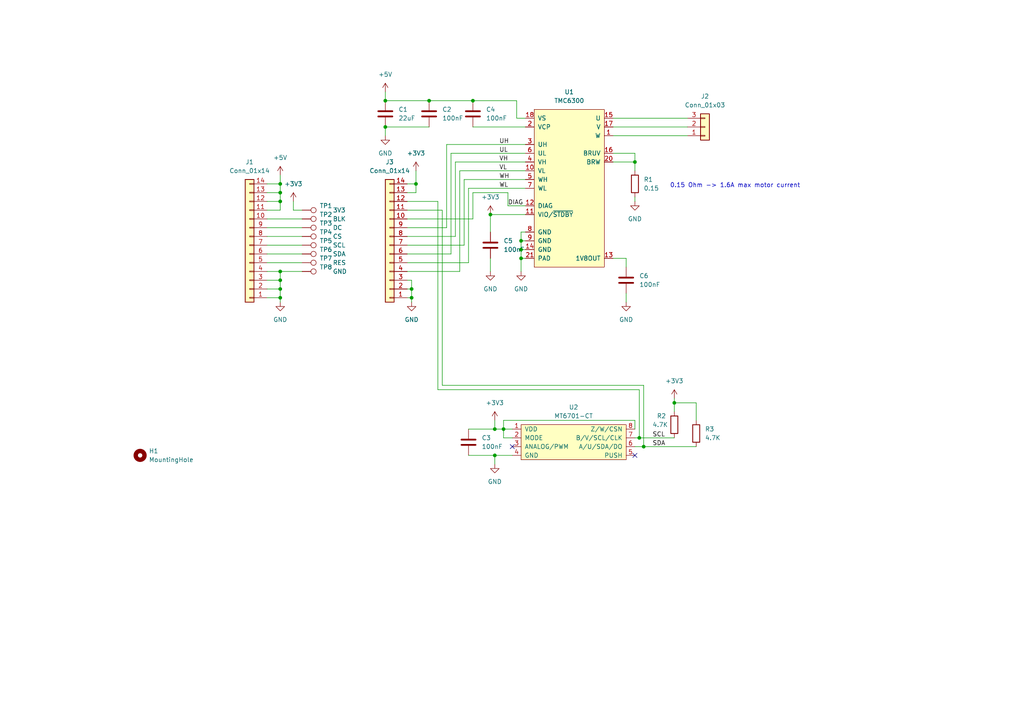
<source format=kicad_sch>
(kicad_sch (version 20230121) (generator eeschema)
  (paper "A4")
  (lib_symbols
    (symbol "Connector:TestPoint" (pin_numbers hide) (pin_names (offset 0.762) hide)
      (property "Reference" "TP" (at 0 6.858 0))
      (property "Value" "TestPoint" (at 0 5.08 0))
      (symbol "TestPoint_0_1"
        (circle (center 0 3.302) (radius 0.762))
      )
      (symbol "TestPoint_1_1"
        (pin passive line (at 0 0 90) (length 2.54) (name "1") (number "1"))
      )
    )
    (symbol "Connector_Generic:Conn_01x03" (pin_names (offset 1.016) hide)
      (property "Reference" "J" (at 0 5.08 0))
      (property "Value" "Conn_01x03" (at 0 -5.08 0))
      (symbol "Conn_01x03_1_1"
        (rectangle (start -1.27 -2.413) (end 0 -2.667) (stroke (width 0.1524)))
        (rectangle (start -1.27 0.127) (end 0 -0.127) (stroke (width 0.1524)))
        (rectangle (start -1.27 2.667) (end 0 2.413) (stroke (width 0.1524)))
        (rectangle (start -1.27 3.81) (end 1.27 -3.81) (stroke (width 0.254)) (fill (type background)))
        (pin passive line (at -5.08 2.54 0) (length 3.81) (name "Pin_1") (number "1"))
        (pin passive line (at -5.08 0 0) (length 3.81) (name "Pin_2") (number "2"))
        (pin passive line (at -5.08 -2.54 0) (length 3.81) (name "Pin_3") (number "3"))
      )
    )
    (symbol "Connector_Generic:Conn_01x14" (pin_names (offset 1.016) hide)
      (property "Reference" "J" (at 0 17.78 0))
      (property "Value" "Conn_01x14" (at 0 -20.32 0))
      (symbol "Conn_01x14_1_1"
        (rectangle (start -1.27 -17.653) (end 0 -17.907) (stroke (width 0.1524)))
        (rectangle (start -1.27 -15.113) (end 0 -15.367) (stroke (width 0.1524)))
        (rectangle (start -1.27 -12.573) (end 0 -12.827) (stroke (width 0.1524)))
        (rectangle (start -1.27 -10.033) (end 0 -10.287) (stroke (width 0.1524)))
        (rectangle (start -1.27 -7.493) (end 0 -7.747) (stroke (width 0.1524)))
        (rectangle (start -1.27 -4.953) (end 0 -5.207) (stroke (width 0.1524)))
        (rectangle (start -1.27 -2.413) (end 0 -2.667) (stroke (width 0.1524)))
        (rectangle (start -1.27 0.127) (end 0 -0.127) (stroke (width 0.1524)))
        (rectangle (start -1.27 2.667) (end 0 2.413) (stroke (width 0.1524)))
        (rectangle (start -1.27 5.207) (end 0 4.953) (stroke (width 0.1524)))
        (rectangle (start -1.27 7.747) (end 0 7.493) (stroke (width 0.1524)))
        (rectangle (start -1.27 10.287) (end 0 10.033) (stroke (width 0.1524)))
        (rectangle (start -1.27 12.827) (end 0 12.573) (stroke (width 0.1524)))
        (rectangle (start -1.27 15.367) (end 0 15.113) (stroke (width 0.1524)))
        (rectangle (start -1.27 16.51) (end 1.27 -19.05) (stroke (width 0.254)) (fill (type background)))
        (pin passive line (at -5.08 15.24 0) (length 3.81) (name "Pin_1") (number "1"))
        (pin passive line (at -5.08 -7.62 0) (length 3.81) (name "Pin_10") (number "10"))
        (pin passive line (at -5.08 -10.16 0) (length 3.81) (name "Pin_11") (number "11"))
        (pin passive line (at -5.08 -12.7 0) (length 3.81) (name "Pin_12") (number "12"))
        (pin passive line (at -5.08 -15.24 0) (length 3.81) (name "Pin_13") (number "13"))
        (pin passive line (at -5.08 -17.78 0) (length 3.81) (name "Pin_14") (number "14"))
        (pin passive line (at -5.08 12.7 0) (length 3.81) (name "Pin_2") (number "2"))
        (pin passive line (at -5.08 10.16 0) (length 3.81) (name "Pin_3") (number "3"))
        (pin passive line (at -5.08 7.62 0) (length 3.81) (name "Pin_4") (number "4"))
        (pin passive line (at -5.08 5.08 0) (length 3.81) (name "Pin_5") (number "5"))
        (pin passive line (at -5.08 2.54 0) (length 3.81) (name "Pin_6") (number "6"))
        (pin passive line (at -5.08 0 0) (length 3.81) (name "Pin_7") (number "7"))
        (pin passive line (at -5.08 -2.54 0) (length 3.81) (name "Pin_8") (number "8"))
        (pin passive line (at -5.08 -5.08 0) (length 3.81) (name "Pin_9") (number "9"))
      )
    )
    (symbol "Device:C" (pin_numbers hide) (pin_names (offset 0.254))
      (property "Reference" "C" (at 0.635 2.54 0))
      (property "Value" "C" (at 0.635 -2.54 0))
      (symbol "C_0_1"
        (polyline (pts (xy -2.032 -0.762) (xy 2.032 -0.762)) (stroke (width 0.508)))
        (polyline (pts (xy -2.032 0.762) (xy 2.032 0.762)) (stroke (width 0.508)))
      )
      (symbol "C_1_1"
        (pin passive line (at 0 3.81 270) (length 2.794) (name "~") (number "1"))
        (pin passive line (at 0 -3.81 90) (length 2.794) (name "~") (number "2"))
      )
    )
    (symbol "Device:R" (pin_numbers hide) (pin_names (offset 0))
      (property "Reference" "R" (at 2.032 0 90))
      (property "Value" "R" (at 0 0 90))
      (symbol "R_0_1"
        (rectangle (start -1.016 -2.54) (end 1.016 2.54) (stroke (width 0.254)))
      )
      (symbol "R_1_1"
        (pin passive line (at 0 3.81 270) (length 1.27) (name "~") (number "1"))
        (pin passive line (at 0 -3.81 90) (length 1.27) (name "~") (number "2"))
      )
    )
    (symbol "MagnTek:MT6701-CT" (pin_names (offset 1.016))
      (property "Reference" "U" (at -12.7 6.35 0))
      (property "Value" "MT6701-CT" (at 0 6.35 0))
      (symbol "MT6701-CT_0_1"
        (rectangle (start -13.97 5.08) (end 16.51 -5.08) (fill (type background)))
      )
      (symbol "MT6701-CT_1_1"
        (pin power_in line (at -16.51 3.81 0) (length 2.54) (name "VDD") (number "1"))
        (pin input line (at -16.51 1.27 0) (length 2.54) (name "MODE") (number "2"))
        (pin output line (at -16.51 -1.27 0) (length 2.54) (name "ANALOG/PWM") (number "3"))
        (pin power_in line (at -16.51 -3.81 0) (length 2.54) (name "GND") (number "4"))
        (pin output line (at 19.05 -3.81 180) (length 2.54) (name "PUSH") (number "5"))
        (pin bidirectional line (at 19.05 -1.27 180) (length 2.54) (name "A/U/SDA/DO") (number "6"))
        (pin bidirectional line (at 19.05 1.27 180) (length 2.54) (name "B/V/SCL/CLK") (number "7"))
        (pin bidirectional line (at 19.05 3.81 180) (length 2.54) (name "Z/W/CSN") (number "8"))
      )
    )
    (symbol "Mechanical:MountingHole" (pin_names (offset 1.016))
      (property "Reference" "H" (at 0 5.08 0))
      (property "Value" "MountingHole" (at 0 3.175 0))
      (symbol "MountingHole_0_1"
        (circle (center 0 0) (radius 1.27) (stroke (width 1.27)))
      )
    )
    (symbol "Trinamic:TMC6300" (pin_names (offset 1.016))
      (property "Reference" "U1" (at 0 27.94 0))
      (property "Value" "TMC6300" (at 0 25.4 0))
      (symbol "TMC6300_0_1"
        (rectangle (start -10.16 22.86) (end 10.16 -22.86) (fill (type background)))
      )
      (symbol "TMC6300_1_1"
        (pin output line (at 12.7 15.24 180) (length 2.54) (name "W") (number "1"))
        (pin input line (at -12.7 5.08 0) (length 2.54) (name "VL") (number "10"))
        (pin power_in line (at -12.7 -7.62 0) (length 2.54) (name "VIO/~{STDBY}") (number "11"))
        (pin output line (at -12.7 -5.08 0) (length 2.54) (name "DIAG") (number "12"))
        (pin power_out line (at 12.7 -20.32 180) (length 2.54) (name "1V8OUT") (number "13"))
        (pin power_in line (at -12.7 -17.78 0) (length 2.54) (name "GND") (number "14"))
        (pin output line (at 12.7 20.32 180) (length 2.54) (name "U") (number "15"))
        (pin passive line (at 12.7 10.16 180) (length 2.54) (name "BRUV") (number "16"))
        (pin output line (at 12.7 17.78 180) (length 2.54) (name "V") (number "17"))
        (pin power_in line (at -12.7 20.32 0) (length 2.54) (name "VS") (number "18"))
        (pin no_connect line (at 12.7 -17.78 180) (length 2.54) hide (name "NC") (number "19"))
        (pin bidirectional line (at -12.7 17.78 0) (length 2.54) (name "VCP") (number "2"))
        (pin passive line (at 12.7 7.62 180) (length 2.54) (name "BRW") (number "20"))
        (pin power_in line (at -12.7 -20.32 0) (length 2.54) (name "PAD") (number "21"))
        (pin input line (at -12.7 12.7 0) (length 2.54) (name "UH") (number "3"))
        (pin input line (at -12.7 7.62 0) (length 2.54) (name "VH") (number "4"))
        (pin input line (at -12.7 2.54 0) (length 2.54) (name "WH") (number "5"))
        (pin input line (at -12.7 10.16 0) (length 2.54) (name "UL") (number "6"))
        (pin input line (at -12.7 0 0) (length 2.54) (name "WL") (number "7"))
        (pin power_in line (at -12.7 -12.7 0) (length 2.54) (name "GND") (number "8"))
        (pin power_in line (at -12.7 -15.24 0) (length 2.54) (name "GND") (number "9"))
      )
    )
    (symbol "power:+3V3" (power) (pin_names (offset 0))
      (property "Value" "+3V3" (at 0 3.556 0))
      (symbol "+3V3_0_1"
        (polyline (pts (xy -0.762 1.27) (xy 0 2.54)))
        (polyline (pts (xy 0 0) (xy 0 2.54)))
        (polyline (pts (xy 0 2.54) (xy 0.762 1.27)))
      )
      (symbol "+3V3_1_1"
        (pin power_in line (at 0 0 90) (length 0) hide (name "+3V3") (number "1"))
      )
    )
    (symbol "power:+5V" (power) (pin_names (offset 0))
      (property "Value" "+5V" (at 0 3.556 0))
      (symbol "+5V_0_1"
        (polyline (pts (xy -0.762 1.27) (xy 0 2.54)))
        (polyline (pts (xy 0 0) (xy 0 2.54)))
        (polyline (pts (xy 0 2.54) (xy 0.762 1.27)))
      )
      (symbol "+5V_1_1"
        (pin power_in line (at 0 0 90) (length 0) hide (name "+5V") (number "1"))
      )
    )
    (symbol "power:GND" (power) (pin_names (offset 0))
      (property "Value" "GND" (at 0 -3.81 0))
      (symbol "GND_0_1"
        (polyline (pts (xy 0 0) (xy 0 -1.27) (xy 1.27 -1.27) (xy 0 -2.54) (xy -1.27 -1.27) (xy 0 -1.27)))
      )
      (symbol "GND_1_1"
        (pin power_in line (at 0 0 270) (length 0) hide (name "GND") (number "1"))
      )
    )
  )
  (junction (at 81.28 78.74))
  (junction (at 111.76 36.83))
  (junction (at 81.28 83.82))
  (junction (at 137.16 29.21))
  (junction (at 81.28 58.42))
  (junction (at 186.69 129.54))
  (junction (at 143.51 124.46))
  (junction (at 143.51 132.08))
  (junction (at 185.42 127))
  (junction (at 142.24 62.23))
  (junction (at 81.28 55.88))
  (junction (at 151.13 69.85))
  (junction (at 124.46 29.21))
  (junction (at 81.28 81.28))
  (junction (at 111.76 29.21))
  (junction (at 151.13 72.39))
  (junction (at 119.38 86.36))
  (junction (at 119.38 83.82))
  (junction (at 146.05 124.46))
  (junction (at 81.28 53.34))
  (junction (at 184.15 46.99))
  (junction (at 120.65 53.34))
  (junction (at 151.13 74.93))
  (junction (at 81.28 86.36))
  (junction (at 195.58 116.84))
  (no_connect (at 148.59 129.54))
  (no_connect (at 184.15 132.08))
  (wire (pts (xy 148.59 127) (xy 146.05 127)))
  (wire (pts (xy 181.61 74.93) (xy 181.61 77.47)))
  (wire (pts (xy 118.11 60.96) (xy 128.27 60.96)))
  (wire (pts (xy 152.4 46.99) (xy 132.08 46.99)))
  (wire (pts (xy 133.35 49.53) (xy 152.4 49.53)))
  (wire (pts (xy 151.13 67.31) (xy 151.13 69.85)))
  (wire (pts (xy 128.27 60.96) (xy 128.27 111.76)))
  (wire (pts (xy 119.38 83.82) (xy 119.38 86.36)))
  (wire (pts (xy 177.8 46.99) (xy 184.15 46.99)))
  (wire (pts (xy 118.11 68.58) (xy 132.08 68.58)))
  (wire (pts (xy 120.65 55.88) (xy 118.11 55.88)))
  (wire (pts (xy 149.86 34.29) (xy 149.86 29.21)))
  (wire (pts (xy 111.76 29.21) (xy 124.46 29.21)))
  (wire (pts (xy 124.46 29.21) (xy 137.16 29.21)))
  (wire (pts (xy 81.28 81.28) (xy 81.28 83.82)))
  (wire (pts (xy 118.11 71.12) (xy 134.62 71.12)))
  (wire (pts (xy 195.58 115.57) (xy 195.58 116.84)))
  (wire (pts (xy 133.35 49.53) (xy 133.35 78.74)))
  (wire (pts (xy 152.4 59.69) (xy 147.32 59.69)))
  (wire (pts (xy 81.28 50.8) (xy 81.28 53.34)))
  (wire (pts (xy 146.05 124.46) (xy 143.51 124.46)))
  (wire (pts (xy 118.11 78.74) (xy 133.35 78.74)))
  (wire (pts (xy 118.11 76.2) (xy 135.89 76.2)))
  (wire (pts (xy 77.47 81.28) (xy 81.28 81.28)))
  (wire (pts (xy 151.13 69.85) (xy 151.13 72.39)))
  (wire (pts (xy 146.05 127) (xy 146.05 124.46)))
  (wire (pts (xy 184.15 57.15) (xy 184.15 58.42)))
  (wire (pts (xy 152.4 67.31) (xy 151.13 67.31)))
  (wire (pts (xy 185.42 127) (xy 185.42 113.03)))
  (wire (pts (xy 77.47 58.42) (xy 81.28 58.42)))
  (wire (pts (xy 142.24 62.23) (xy 142.24 67.31)))
  (wire (pts (xy 151.13 74.93) (xy 152.4 74.93)))
  (wire (pts (xy 77.47 63.5) (xy 87.63 63.5)))
  (wire (pts (xy 152.4 52.07) (xy 134.62 52.07)))
  (wire (pts (xy 81.28 86.36) (xy 81.28 87.63)))
  (wire (pts (xy 195.58 116.84) (xy 201.93 116.84)))
  (wire (pts (xy 186.69 111.76) (xy 186.69 129.54)))
  (wire (pts (xy 77.47 55.88) (xy 81.28 55.88)))
  (wire (pts (xy 147.32 59.69) (xy 147.32 55.88)))
  (wire (pts (xy 135.89 54.61) (xy 135.89 76.2)))
  (wire (pts (xy 130.81 44.45) (xy 152.4 44.45)))
  (wire (pts (xy 120.65 53.34) (xy 120.65 55.88)))
  (wire (pts (xy 135.89 132.08) (xy 143.51 132.08)))
  (wire (pts (xy 127 58.42) (xy 127 113.03)))
  (wire (pts (xy 87.63 60.96) (xy 85.09 60.96)))
  (wire (pts (xy 119.38 81.28) (xy 119.38 83.82)))
  (wire (pts (xy 118.11 83.82) (xy 119.38 83.82)))
  (wire (pts (xy 185.42 127) (xy 195.58 127)))
  (wire (pts (xy 184.15 44.45) (xy 184.15 46.99)))
  (wire (pts (xy 142.24 74.93) (xy 142.24 78.74)))
  (wire (pts (xy 81.28 53.34) (xy 81.28 55.88)))
  (wire (pts (xy 185.42 113.03) (xy 127 113.03)))
  (wire (pts (xy 130.81 44.45) (xy 130.81 73.66)))
  (wire (pts (xy 184.15 46.99) (xy 184.15 49.53)))
  (wire (pts (xy 177.8 44.45) (xy 184.15 44.45)))
  (wire (pts (xy 132.08 46.99) (xy 132.08 68.58)))
  (wire (pts (xy 119.38 86.36) (xy 119.38 87.63)))
  (wire (pts (xy 77.47 78.74) (xy 81.28 78.74)))
  (wire (pts (xy 143.51 132.08) (xy 143.51 134.62)))
  (wire (pts (xy 137.16 36.83) (xy 152.4 36.83)))
  (wire (pts (xy 195.58 116.84) (xy 195.58 119.38)))
  (wire (pts (xy 81.28 60.96) (xy 77.47 60.96)))
  (wire (pts (xy 177.8 39.37) (xy 199.39 39.37)))
  (wire (pts (xy 85.09 60.96) (xy 85.09 58.42)))
  (wire (pts (xy 111.76 26.67) (xy 111.76 29.21)))
  (wire (pts (xy 118.11 63.5) (xy 137.16 63.5)))
  (wire (pts (xy 142.24 62.23) (xy 152.4 62.23)))
  (wire (pts (xy 151.13 72.39) (xy 152.4 72.39)))
  (wire (pts (xy 186.69 129.54) (xy 201.93 129.54)))
  (wire (pts (xy 134.62 52.07) (xy 134.62 71.12)))
  (wire (pts (xy 81.28 55.88) (xy 81.28 58.42)))
  (wire (pts (xy 137.16 55.88) (xy 137.16 63.5)))
  (wire (pts (xy 177.8 34.29) (xy 199.39 34.29)))
  (wire (pts (xy 118.11 73.66) (xy 130.81 73.66)))
  (wire (pts (xy 77.47 71.12) (xy 87.63 71.12)))
  (wire (pts (xy 143.51 132.08) (xy 148.59 132.08)))
  (wire (pts (xy 137.16 29.21) (xy 149.86 29.21)))
  (wire (pts (xy 184.15 121.92) (xy 184.15 124.46)))
  (wire (pts (xy 77.47 68.58) (xy 87.63 68.58)))
  (wire (pts (xy 151.13 72.39) (xy 151.13 74.93)))
  (wire (pts (xy 146.05 124.46) (xy 146.05 121.92)))
  (wire (pts (xy 81.28 78.74) (xy 81.28 81.28)))
  (wire (pts (xy 151.13 74.93) (xy 151.13 78.74)))
  (wire (pts (xy 118.11 66.04) (xy 129.54 66.04)))
  (wire (pts (xy 118.11 81.28) (xy 119.38 81.28)))
  (wire (pts (xy 120.65 49.53) (xy 120.65 53.34)))
  (wire (pts (xy 77.47 86.36) (xy 81.28 86.36)))
  (wire (pts (xy 201.93 116.84) (xy 201.93 121.92)))
  (wire (pts (xy 129.54 41.91) (xy 129.54 66.04)))
  (wire (pts (xy 146.05 124.46) (xy 148.59 124.46)))
  (wire (pts (xy 81.28 78.74) (xy 87.63 78.74)))
  (wire (pts (xy 151.13 69.85) (xy 152.4 69.85)))
  (wire (pts (xy 81.28 83.82) (xy 81.28 86.36)))
  (wire (pts (xy 77.47 83.82) (xy 81.28 83.82)))
  (wire (pts (xy 152.4 41.91) (xy 129.54 41.91)))
  (wire (pts (xy 177.8 36.83) (xy 199.39 36.83)))
  (wire (pts (xy 111.76 36.83) (xy 124.46 36.83)))
  (wire (pts (xy 118.11 53.34) (xy 120.65 53.34)))
  (wire (pts (xy 177.8 74.93) (xy 181.61 74.93)))
  (wire (pts (xy 77.47 66.04) (xy 87.63 66.04)))
  (wire (pts (xy 143.51 124.46) (xy 143.51 121.92)))
  (wire (pts (xy 77.47 53.34) (xy 81.28 53.34)))
  (wire (pts (xy 146.05 121.92) (xy 184.15 121.92)))
  (wire (pts (xy 118.11 58.42) (xy 127 58.42)))
  (wire (pts (xy 147.32 55.88) (xy 137.16 55.88)))
  (wire (pts (xy 184.15 127) (xy 185.42 127)))
  (wire (pts (xy 77.47 73.66) (xy 87.63 73.66)))
  (wire (pts (xy 81.28 58.42) (xy 81.28 60.96)))
  (wire (pts (xy 152.4 34.29) (xy 149.86 34.29)))
  (wire (pts (xy 128.27 111.76) (xy 186.69 111.76)))
  (wire (pts (xy 118.11 86.36) (xy 119.38 86.36)))
  (wire (pts (xy 135.89 124.46) (xy 143.51 124.46)))
  (wire (pts (xy 181.61 85.09) (xy 181.61 87.63)))
  (wire (pts (xy 77.47 76.2) (xy 87.63 76.2)))
  (wire (pts (xy 184.15 129.54) (xy 186.69 129.54)))
  (wire (pts (xy 111.76 36.83) (xy 111.76 39.37)))
  (wire (pts (xy 135.89 54.61) (xy 152.4 54.61)))
  (text "0.15 Ohm -> 1.6A max motor current" (at 194.31 54.61 0) (effects (font (size 1.27 1.27)) (justify left bottom)))
  (label "WL" (at 144.78 54.61 0))
  (label "UL" (at 144.78 44.45 0))
  (label "VL" (at 144.78 49.53 0))
  (label "SDA" (at 189.23 129.54 0))
  (label "SCL" (at 189.23 127 0))
  (label "VH" (at 144.78 46.99 0))
  (label "DIAG" (at 147.32 59.69 0))
  (label "WH" (at 144.78 52.07 0))
  (label "UH" (at 144.78 41.91 0))
  (symbol (lib_id "Device:C") (at 137.16 33.02 0) (unit 1)
    (property "Reference" "C4" (at 140.97 31.7499 0) (effects (justify left)))
    (property "Value" "100nF" (at 140.97 34.2899 0) (effects (justify left)))
    (property "Footprint" "Capacitor_SMD:C_0603_1608Metric" (effects hide))
    (property "LCSC" "C14663" (effects hide))
  )
  (symbol (lib_id "power:GND") (at 142.24 78.74 0) (unit 1)
    (property "Reference" "#PWR07" (effects hide))
    (property "Value" "GND" (at 142.24 83.82 0))
  )
  (symbol (lib_id "power:GND") (at 151.13 78.74 0) (unit 1)
    (property "Reference" "#PWR010" (effects hide))
    (property "Value" "GND" (at 151.13 83.82 0))
  )
  (symbol (lib_id "Connector:TestPoint") (at 87.63 66.04 270) (mirror x) (unit 1)
    (property "Reference" "TP3" (at 92.71 64.77 90) (effects (justify left)))
    (property "Value" "DC" (at 96.52 66.04 90) (effects (justify left)))
    (property "Footprint" "TestPoint:TestPoint_Pad_2.0x2.0mm" (effects hide))
  )
  (symbol (lib_id "power:GND") (at 181.61 87.63 0) (unit 1)
    (property "Reference" "#PWR011" (effects hide))
    (property "Value" "GND" (at 181.61 92.71 0))
  )
  (symbol (lib_id "Connector:TestPoint") (at 87.63 76.2 270) (mirror x) (unit 1)
    (property "Reference" "TP7" (at 92.71 74.93 90) (effects (justify left)))
    (property "Value" "RES" (at 96.52 76.2 90) (effects (justify left)))
    (property "Footprint" "TestPoint:TestPoint_Pad_2.0x2.0mm" (effects hide))
  )
  (symbol (lib_id "Connector:TestPoint") (at 87.63 60.96 270) (unit 1)
    (property "Reference" "TP1" (at 92.71 59.6899 90) (effects (justify left)))
    (property "Value" "3V3" (at 96.52 60.96 90) (effects (justify left)))
    (property "Footprint" "TestPoint:TestPoint_Pad_2.0x2.0mm" (effects hide))
  )
  (symbol (lib_id "Mechanical:MountingHole") (at 40.64 132.08 0) (unit 1)
    (property "Reference" "H1" (at 43.18 130.8099 0) (effects (justify left)))
    (property "Value" "MountingHole" (at 43.18 133.3499 0) (effects (justify left)))
    (property "Footprint" "Holes:Holes" (effects hide))
  )
  (symbol (lib_id "Connector:TestPoint") (at 87.63 63.5 270) (mirror x) (unit 1)
    (property "Reference" "TP2" (at 92.71 62.23 90) (effects (justify left)))
    (property "Value" "BLK" (at 96.52 63.5 90) (effects (justify left)))
    (property "Footprint" "TestPoint:TestPoint_Pad_2.0x2.0mm" (effects hide))
  )
  (symbol (lib_id "Device:R") (at 195.58 123.19 0) (unit 1)
    (property "Reference" "R2" (at 190.5 120.65 0) (effects (justify left)))
    (property "Value" "4.7K" (at 189.23 123.19 0) (effects (justify left)))
    (property "Footprint" "Resistor_SMD:R_0603_1608Metric" (effects hide))
    (property "LCSC" "C23162" (effects hide))
  )
  (symbol (lib_id "Connector:TestPoint") (at 87.63 68.58 270) (mirror x) (unit 1)
    (property "Reference" "TP4" (at 92.71 67.31 90) (effects (justify left)))
    (property "Value" "CS" (at 96.52 68.58 90) (effects (justify left)))
    (property "Footprint" "TestPoint:TestPoint_Pad_2.0x2.0mm" (effects hide))
  )
  (symbol (lib_id "Device:C") (at 135.89 128.27 0) (unit 1)
    (property "Reference" "C3" (at 139.7 126.9999 0) (effects (justify left)))
    (property "Value" "100nF" (at 139.7 129.5399 0) (effects (justify left)))
    (property "Footprint" "Capacitor_SMD:C_0603_1608Metric" (effects hide))
    (property "LCSC" "C14663" (effects hide))
  )
  (symbol (lib_id "power:GND") (at 111.76 39.37 0) (unit 1)
    (property "Reference" "#PWR02" (effects hide))
    (property "Value" "GND" (at 111.76 44.45 0))
  )
  (symbol (lib_id "MagnTek:MT6701-CT") (at 165.1 128.27 0) (unit 1)
    (property "Reference" "U2" (at 166.37 118.11 0))
    (property "Value" "MT6701-CT" (at 166.37 120.65 0))
    (property "Footprint" "Package_SO:SOIC-8_3.9x4.9mm_P1.27mm" (effects hide))
    (property "LCSC" "C2856764" (effects hide))
  )
  (symbol (lib_id "power:GND") (at 81.28 87.63 0) (unit 1)
    (property "Reference" "#PWR0102" (effects hide))
    (property "Value" "GND" (at 81.28 92.71 0))
  )
  (symbol (lib_id "power:GND") (at 184.15 58.42 0) (unit 1)
    (property "Reference" "#PWR012" (effects hide))
    (property "Value" "GND" (at 184.15 63.5 0))
  )
  (symbol (lib_id "power:+3V3") (at 85.09 58.42 0) (unit 1)
    (property "Reference" "#PWR0103" (effects hide))
    (property "Value" "+3V3" (at 85.09 53.34 0))
  )
  (symbol (lib_id "Connector_Generic:Conn_01x14") (at 72.39 71.12 180) (unit 1)
    (property "Reference" "J1" (at 72.39 46.99 0))
    (property "Value" "Conn_01x14" (at 72.39 49.53 0))
    (property "Footprint" "Jushuo:FPC_14" (effects hide))
    (property "LCSC" "C262561" (effects hide))
  )
  (symbol (lib_id "power:GND") (at 119.38 87.63 0) (unit 1)
    (property "Reference" "#PWR03" (effects hide))
    (property "Value" "GND" (at 119.38 92.71 0))
  )
  (symbol (lib_id "Connector:TestPoint") (at 87.63 71.12 270) (mirror x) (unit 1)
    (property "Reference" "TP5" (at 92.71 69.85 90) (effects (justify left)))
    (property "Value" "SCL" (at 96.52 71.12 90) (effects (justify left)))
    (property "Footprint" "TestPoint:TestPoint_Pad_2.0x2.0mm" (effects hide))
  )
  (symbol (lib_id "power:+3V3") (at 195.58 115.57 0) (unit 1)
    (property "Reference" "#PWR013" (effects hide))
    (property "Value" "+3V3" (at 195.58 110.49 0))
  )
  (symbol (lib_id "power:+5V") (at 81.28 50.8 0) (unit 1)
    (property "Reference" "#PWR0101" (effects hide))
    (property "Value" "+5V" (at 81.28 45.72 0))
  )
  (symbol (lib_id "power:+3V3") (at 142.24 62.23 0) (unit 1)
    (property "Reference" "#PWR06" (effects hide))
    (property "Value" "+3V3" (at 142.24 57.15 0))
  )
  (symbol (lib_id "Device:C") (at 111.76 33.02 0) (unit 1)
    (property "Reference" "C1" (at 115.57 31.7499 0) (effects (justify left)))
    (property "Value" "22uF" (at 115.57 34.2899 0) (effects (justify left)))
    (property "Footprint" "Capacitor_SMD:C_0805_2012Metric" (effects hide))
    (property "LCSC" "C45783" (effects hide))
  )
  (symbol (lib_id "Connector:TestPoint") (at 87.63 73.66 270) (mirror x) (unit 1)
    (property "Reference" "TP6" (at 92.71 72.39 90) (effects (justify left)))
    (property "Value" "SDA" (at 96.52 73.66 90) (effects (justify left)))
    (property "Footprint" "TestPoint:TestPoint_Pad_2.0x2.0mm" (effects hide))
  )
  (symbol (lib_id "Connector:TestPoint") (at 87.63 78.74 270) (unit 1)
    (property "Reference" "TP8" (at 92.71 77.4699 90) (effects (justify left)))
    (property "Value" "GND" (at 96.52 78.74 90) (effects (justify left)))
    (property "Footprint" "TestPoint:TestPoint_Pad_2.0x2.0mm" (effects hide))
  )
  (symbol (lib_id "Device:R") (at 201.93 125.73 0) (unit 1)
    (property "Reference" "R3" (at 204.47 124.4599 0) (effects (justify left)))
    (property "Value" "4.7K" (at 204.47 126.9999 0) (effects (justify left)))
    (property "Footprint" "Resistor_SMD:R_0603_1608Metric" (effects hide))
    (property "LCSC" "C23162" (effects hide))
  )
  (symbol (lib_id "Connector_Generic:Conn_01x03") (at 204.47 36.83 0) (mirror x) (unit 1)
    (property "Reference" "J2" (at 204.47 27.94 0))
    (property "Value" "Conn_01x03" (at 204.47 30.48 0))
    (property "Footprint" "Connector_Hirose:Hirose_DF52-3S-0.8H_1x03-1MP_P0.80mm_Horizontal" (effects hide))
    (property "LCSC" "C500138" (effects hide))
  )
  (symbol (lib_id "power:+3V3") (at 120.65 49.53 0) (unit 1)
    (property "Reference" "#PWR04" (effects hide))
    (property "Value" "+3V3" (at 120.65 44.45 0))
  )
  (symbol (lib_id "Connector_Generic:Conn_01x14") (at 113.03 71.12 180) (unit 1)
    (property "Reference" "J3" (at 113.03 46.99 0))
    (property "Value" "Conn_01x14" (at 113.03 49.53 0))
    (property "Footprint" "Jushuo:FPC_14" (effects hide))
    (property "LCSC" "C262561" (effects hide))
  )
  (symbol (lib_id "power:+5V") (at 111.76 26.67 0) (unit 1)
    (property "Reference" "#PWR01" (effects hide))
    (property "Value" "+5V" (at 111.76 21.59 0))
  )
  (symbol (lib_id "Device:C") (at 142.24 71.12 0) (unit 1)
    (property "Reference" "C5" (at 146.05 69.8499 0) (effects (justify left)))
    (property "Value" "100nF" (at 146.05 72.3899 0) (effects (justify left)))
    (property "Footprint" "Capacitor_SMD:C_0603_1608Metric" (effects hide))
    (property "LCSC" "C14663" (effects hide))
  )
  (symbol (lib_id "Device:C") (at 181.61 81.28 0) (unit 1)
    (property "Reference" "C6" (at 185.42 80.0099 0) (effects (justify left)))
    (property "Value" "100nF" (at 185.42 82.5499 0) (effects (justify left)))
    (property "Footprint" "Capacitor_SMD:C_0603_1608Metric" (effects hide))
    (property "LCSC" "C14663" (effects hide))
  )
  (symbol (lib_id "Trinamic:TMC6300") (at 165.1 54.61 0) (unit 1)
    (property "Reference" "U1" (at 165.1 26.67 0))
    (property "Value" "TMC6300" (at 165.1 29.21 0))
    (property "Footprint" "Package_DFN_QFN:QFN-20-1EP_3x3mm_P0.4mm_EP1.65x1.65mm_ThermalVias" (effects hide))
  )
  (symbol (lib_id "power:GND") (at 143.51 134.62 0) (unit 1)
    (property "Reference" "#PWR09" (effects hide))
    (property "Value" "GND" (at 143.51 139.7 0))
  )
  (symbol (lib_id "power:+3V3") (at 143.51 121.92 0) (unit 1)
    (property "Reference" "#PWR08" (effects hide))
    (property "Value" "+3V3" (at 143.51 116.84 0))
  )
  (symbol (lib_id "Device:C") (at 124.46 33.02 0) (unit 1)
    (property "Reference" "C2" (at 128.27 31.7499 0) (effects (justify left)))
    (property "Value" "100nF" (at 128.27 34.2899 0) (effects (justify left)))
    (property "Footprint" "Capacitor_SMD:C_0603_1608Metric" (effects hide))
    (property "LCSC" "C14663" (effects hide))
  )
  (symbol (lib_id "Device:R") (at 184.15 53.34 0) (unit 1)
    (property "Reference" "R1" (at 186.69 52.0699 0) (effects (justify left)))
    (property "Value" "0.15" (at 186.69 54.6099 0) (effects (justify left)))
    (property "Footprint" "Resistor_SMD:R_1206_3216Metric" (effects hide))
    (property "LCSC" "C37936" (effects hide))
  )
)
</source>
